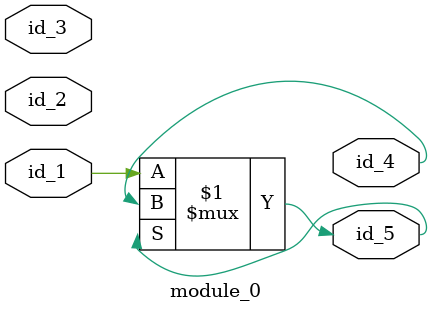
<source format=v>
module module_0 (
    id_1,
    id_2,
    id_3,
    id_4,
    id_5
);
  output id_5;
  output id_4;
  input id_3;
  input id_2;
  input id_1;
  assign id_5 = id_5 ? id_4 : id_1;
endmodule

</source>
